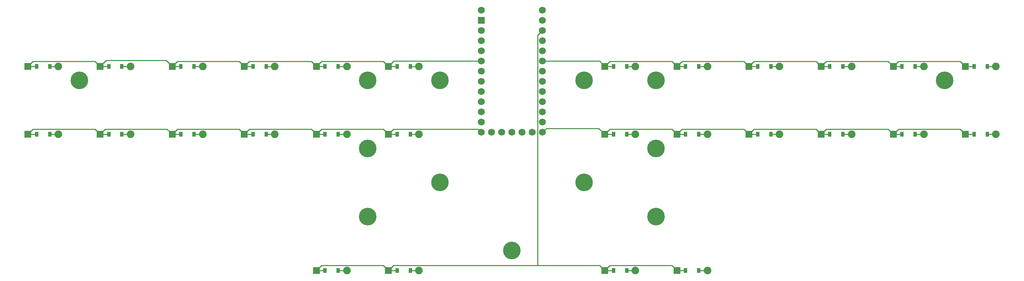
<source format=gbr>
%TF.GenerationSoftware,KiCad,Pcbnew,9.0.0*%
%TF.CreationDate,2025-04-18T14:09:36+02:00*%
%TF.ProjectId,pcb,7063622e-6b69-4636-9164-5f7063625858,v1.0.0*%
%TF.SameCoordinates,Original*%
%TF.FileFunction,Copper,L1,Top*%
%TF.FilePolarity,Positive*%
%FSLAX46Y46*%
G04 Gerber Fmt 4.6, Leading zero omitted, Abs format (unit mm)*
G04 Created by KiCad (PCBNEW 9.0.0) date 2025-04-18 14:09:36*
%MOMM*%
%LPD*%
G01*
G04 APERTURE LIST*
%TA.AperFunction,SMDPad,CuDef*%
%ADD10R,0.900000X1.200000*%
%TD*%
%TA.AperFunction,ComponentPad*%
%ADD11R,1.778000X1.778000*%
%TD*%
%TA.AperFunction,ComponentPad*%
%ADD12C,1.905000*%
%TD*%
%TA.AperFunction,ComponentPad*%
%ADD13C,1.752600*%
%TD*%
%TA.AperFunction,ComponentPad*%
%ADD14R,1.752600X1.752600*%
%TD*%
%TA.AperFunction,ComponentPad*%
%ADD15C,4.400000*%
%TD*%
%TA.AperFunction,ComponentPad*%
%ADD16C,0.700000*%
%TD*%
%TA.AperFunction,Conductor*%
%ADD17C,0.250000*%
%TD*%
G04 APERTURE END LIST*
D10*
%TO.P,D1,1*%
%TO.N,D21*%
X98350000Y-105000000D03*
%TO.P,D1,2*%
%TO.N,outer_lbottom*%
X101650000Y-105000000D03*
D11*
%TO.P,D1,1*%
%TO.N,D21*%
X96190000Y-105000000D03*
D12*
%TO.P,D1,2*%
%TO.N,outer_lbottom*%
X103810000Y-105000000D03*
%TD*%
D10*
%TO.P,D2,1*%
%TO.N,D29*%
X98350000Y-88000000D03*
%TO.P,D2,2*%
%TO.N,outer_ltop*%
X101650000Y-88000000D03*
D11*
%TO.P,D2,1*%
%TO.N,D29*%
X96190000Y-88000000D03*
D12*
%TO.P,D2,2*%
%TO.N,outer_ltop*%
X103810000Y-88000000D03*
%TD*%
D10*
%TO.P,D3,1*%
%TO.N,D21*%
X116350000Y-105000000D03*
%TO.P,D3,2*%
%TO.N,pinky_lbottom*%
X119650000Y-105000000D03*
D11*
%TO.P,D3,1*%
%TO.N,D21*%
X114190000Y-105000000D03*
D12*
%TO.P,D3,2*%
%TO.N,pinky_lbottom*%
X121810000Y-105000000D03*
%TD*%
D10*
%TO.P,D4,1*%
%TO.N,D29*%
X116350000Y-88000000D03*
%TO.P,D4,2*%
%TO.N,pinky_ltop*%
X119650000Y-88000000D03*
D11*
%TO.P,D4,1*%
%TO.N,D29*%
X114190000Y-88000000D03*
D12*
%TO.P,D4,2*%
%TO.N,pinky_ltop*%
X121810000Y-88000000D03*
%TD*%
D10*
%TO.P,D5,1*%
%TO.N,D21*%
X134350000Y-105000000D03*
%TO.P,D5,2*%
%TO.N,ring_lbottom*%
X137650000Y-105000000D03*
D11*
%TO.P,D5,1*%
%TO.N,D21*%
X132190000Y-105000000D03*
D12*
%TO.P,D5,2*%
%TO.N,ring_lbottom*%
X139810000Y-105000000D03*
%TD*%
D10*
%TO.P,D6,1*%
%TO.N,D29*%
X134350000Y-88000000D03*
%TO.P,D6,2*%
%TO.N,ring_ltop*%
X137650000Y-88000000D03*
D11*
%TO.P,D6,1*%
%TO.N,D29*%
X132190000Y-88000000D03*
D12*
%TO.P,D6,2*%
%TO.N,ring_ltop*%
X139810000Y-88000000D03*
%TD*%
D10*
%TO.P,D7,1*%
%TO.N,D21*%
X152350000Y-105000000D03*
%TO.P,D7,2*%
%TO.N,middle_lbottom*%
X155650000Y-105000000D03*
D11*
%TO.P,D7,1*%
%TO.N,D21*%
X150190000Y-105000000D03*
D12*
%TO.P,D7,2*%
%TO.N,middle_lbottom*%
X157810000Y-105000000D03*
%TD*%
D10*
%TO.P,D8,1*%
%TO.N,D29*%
X152350000Y-88000000D03*
%TO.P,D8,2*%
%TO.N,middle_ltop*%
X155650000Y-88000000D03*
D11*
%TO.P,D8,1*%
%TO.N,D29*%
X150190000Y-88000000D03*
D12*
%TO.P,D8,2*%
%TO.N,middle_ltop*%
X157810000Y-88000000D03*
%TD*%
D10*
%TO.P,D9,1*%
%TO.N,D21*%
X170350000Y-105000000D03*
%TO.P,D9,2*%
%TO.N,index_lbottom*%
X173650000Y-105000000D03*
D11*
%TO.P,D9,1*%
%TO.N,D21*%
X168190000Y-105000000D03*
D12*
%TO.P,D9,2*%
%TO.N,index_lbottom*%
X175810000Y-105000000D03*
%TD*%
D10*
%TO.P,D10,1*%
%TO.N,D29*%
X170350000Y-88000000D03*
%TO.P,D10,2*%
%TO.N,index_ltop*%
X173650000Y-88000000D03*
D11*
%TO.P,D10,1*%
%TO.N,D29*%
X168190000Y-88000000D03*
D12*
%TO.P,D10,2*%
%TO.N,index_ltop*%
X175810000Y-88000000D03*
%TD*%
D10*
%TO.P,D11,1*%
%TO.N,D21*%
X188350000Y-105000000D03*
%TO.P,D11,2*%
%TO.N,inner_lbottom*%
X191650000Y-105000000D03*
D11*
%TO.P,D11,1*%
%TO.N,D21*%
X186190000Y-105000000D03*
D12*
%TO.P,D11,2*%
%TO.N,inner_lbottom*%
X193810000Y-105000000D03*
%TD*%
D10*
%TO.P,D12,1*%
%TO.N,D29*%
X188350000Y-88000000D03*
%TO.P,D12,2*%
%TO.N,inner_ltop*%
X191650000Y-88000000D03*
D11*
%TO.P,D12,1*%
%TO.N,D29*%
X186190000Y-88000000D03*
D12*
%TO.P,D12,2*%
%TO.N,inner_ltop*%
X193810000Y-88000000D03*
%TD*%
D10*
%TO.P,D13,1*%
%TO.N,D9*%
X242350000Y-105000000D03*
%TO.P,D13,2*%
%TO.N,inner_rbottom*%
X245650000Y-105000000D03*
D11*
%TO.P,D13,1*%
%TO.N,D9*%
X240190000Y-105000000D03*
D12*
%TO.P,D13,2*%
%TO.N,inner_rbottom*%
X247810000Y-105000000D03*
%TD*%
D10*
%TO.P,D14,1*%
%TO.N,D2*%
X242350000Y-88000000D03*
%TO.P,D14,2*%
%TO.N,inner_rtop*%
X245650000Y-88000000D03*
D11*
%TO.P,D14,1*%
%TO.N,D2*%
X240190000Y-88000000D03*
D12*
%TO.P,D14,2*%
%TO.N,inner_rtop*%
X247810000Y-88000000D03*
%TD*%
D10*
%TO.P,D15,1*%
%TO.N,D9*%
X260350000Y-105000000D03*
%TO.P,D15,2*%
%TO.N,index_rbottom*%
X263650000Y-105000000D03*
D11*
%TO.P,D15,1*%
%TO.N,D9*%
X258190000Y-105000000D03*
D12*
%TO.P,D15,2*%
%TO.N,index_rbottom*%
X265810000Y-105000000D03*
%TD*%
D10*
%TO.P,D16,1*%
%TO.N,D2*%
X260350000Y-88000000D03*
%TO.P,D16,2*%
%TO.N,index_rtop*%
X263650000Y-88000000D03*
D11*
%TO.P,D16,1*%
%TO.N,D2*%
X258190000Y-88000000D03*
D12*
%TO.P,D16,2*%
%TO.N,index_rtop*%
X265810000Y-88000000D03*
%TD*%
D10*
%TO.P,D17,1*%
%TO.N,D9*%
X278350000Y-105000000D03*
%TO.P,D17,2*%
%TO.N,middle_rbottom*%
X281650000Y-105000000D03*
D11*
%TO.P,D17,1*%
%TO.N,D9*%
X276190000Y-105000000D03*
D12*
%TO.P,D17,2*%
%TO.N,middle_rbottom*%
X283810000Y-105000000D03*
%TD*%
D10*
%TO.P,D18,1*%
%TO.N,D2*%
X278350000Y-88000000D03*
%TO.P,D18,2*%
%TO.N,middle_rtop*%
X281650000Y-88000000D03*
D11*
%TO.P,D18,1*%
%TO.N,D2*%
X276190000Y-88000000D03*
D12*
%TO.P,D18,2*%
%TO.N,middle_rtop*%
X283810000Y-88000000D03*
%TD*%
D10*
%TO.P,D19,1*%
%TO.N,D9*%
X296350000Y-105000000D03*
%TO.P,D19,2*%
%TO.N,ring_rbottom*%
X299650000Y-105000000D03*
D11*
%TO.P,D19,1*%
%TO.N,D9*%
X294190000Y-105000000D03*
D12*
%TO.P,D19,2*%
%TO.N,ring_rbottom*%
X301810000Y-105000000D03*
%TD*%
D10*
%TO.P,D20,1*%
%TO.N,D2*%
X296350000Y-88000000D03*
%TO.P,D20,2*%
%TO.N,ring_rtop*%
X299650000Y-88000000D03*
D11*
%TO.P,D20,1*%
%TO.N,D2*%
X294190000Y-88000000D03*
D12*
%TO.P,D20,2*%
%TO.N,ring_rtop*%
X301810000Y-88000000D03*
%TD*%
D10*
%TO.P,D21,1*%
%TO.N,D9*%
X314350000Y-105000000D03*
%TO.P,D21,2*%
%TO.N,pinky_rbottom*%
X317650000Y-105000000D03*
D11*
%TO.P,D21,1*%
%TO.N,D9*%
X312190000Y-105000000D03*
D12*
%TO.P,D21,2*%
%TO.N,pinky_rbottom*%
X319810000Y-105000000D03*
%TD*%
D10*
%TO.P,D22,1*%
%TO.N,D2*%
X314350000Y-88000000D03*
%TO.P,D22,2*%
%TO.N,pinky_rtop*%
X317650000Y-88000000D03*
D11*
%TO.P,D22,1*%
%TO.N,D2*%
X312190000Y-88000000D03*
D12*
%TO.P,D22,2*%
%TO.N,pinky_rtop*%
X319810000Y-88000000D03*
%TD*%
D10*
%TO.P,D23,1*%
%TO.N,D9*%
X332350000Y-105000000D03*
%TO.P,D23,2*%
%TO.N,outer_rbottom*%
X335650000Y-105000000D03*
D11*
%TO.P,D23,1*%
%TO.N,D9*%
X330190000Y-105000000D03*
D12*
%TO.P,D23,2*%
%TO.N,outer_rbottom*%
X337810000Y-105000000D03*
%TD*%
D10*
%TO.P,D24,1*%
%TO.N,D2*%
X332350000Y-88000000D03*
%TO.P,D24,2*%
%TO.N,outer_rtop*%
X335650000Y-88000000D03*
D11*
%TO.P,D24,1*%
%TO.N,D2*%
X330190000Y-88000000D03*
D12*
%TO.P,D24,2*%
%TO.N,outer_rtop*%
X337810000Y-88000000D03*
%TD*%
D10*
%TO.P,D25,1*%
%TO.N,D1*%
X170350000Y-139000000D03*
%TO.P,D25,2*%
%TO.N,outer_lttop*%
X173650000Y-139000000D03*
D11*
%TO.P,D25,1*%
%TO.N,D1*%
X168190000Y-139000000D03*
D12*
%TO.P,D25,2*%
%TO.N,outer_lttop*%
X175810000Y-139000000D03*
%TD*%
D10*
%TO.P,D26,1*%
%TO.N,D1*%
X188350000Y-139000000D03*
%TO.P,D26,2*%
%TO.N,inner_lttop*%
X191650000Y-139000000D03*
D11*
%TO.P,D26,1*%
%TO.N,D1*%
X186190000Y-139000000D03*
D12*
%TO.P,D26,2*%
%TO.N,inner_lttop*%
X193810000Y-139000000D03*
%TD*%
D10*
%TO.P,D27,1*%
%TO.N,D1*%
X242350000Y-139000000D03*
%TO.P,D27,2*%
%TO.N,inner_rttop*%
X245650000Y-139000000D03*
D11*
%TO.P,D27,1*%
%TO.N,D1*%
X240190000Y-139000000D03*
D12*
%TO.P,D27,2*%
%TO.N,inner_rttop*%
X247810000Y-139000000D03*
%TD*%
D10*
%TO.P,D28,1*%
%TO.N,D1*%
X260350000Y-139000000D03*
%TO.P,D28,2*%
%TO.N,outer_rttop*%
X263650000Y-139000000D03*
D11*
%TO.P,D28,1*%
%TO.N,D1*%
X258190000Y-139000000D03*
D12*
%TO.P,D28,2*%
%TO.N,outer_rttop*%
X265810000Y-139000000D03*
%TD*%
D13*
%TO.P,MCU1,2*%
%TO.N,Dm*%
X209380000Y-73990000D03*
D14*
%TO.P,MCU1,1*%
%TO.N,RAW*%
X209380000Y-76530000D03*
D13*
%TO.P,MCU1,2*%
%TO.N,GND*%
X209380000Y-79070000D03*
%TO.P,MCU1,3*%
%TO.N,RST*%
X209380000Y-81610000D03*
%TO.P,MCU1,4*%
%TO.N,VCC*%
X209380000Y-84150000D03*
%TO.P,MCU1,5*%
%TO.N,D29*%
X209380000Y-86690000D03*
%TO.P,MCU1,6*%
%TO.N,D28*%
X209380000Y-89230000D03*
%TO.P,MCU1,7*%
%TO.N,D27*%
X209380000Y-91770000D03*
%TO.P,MCU1,8*%
%TO.N,D26*%
X209380000Y-94310000D03*
%TO.P,MCU1,9*%
%TO.N,D22*%
X209380000Y-96850000D03*
%TO.P,MCU1,10*%
%TO.N,D20*%
X209380000Y-99390000D03*
%TO.P,MCU1,11*%
%TO.N,D23*%
X209380000Y-101930000D03*
%TO.P,MCU1,12*%
%TO.N,D21*%
X209380000Y-104470000D03*
%TO.P,MCU1,13*%
%TO.N,D12*%
X222080000Y-104470000D03*
%TO.P,MCU1,14*%
%TO.N,D13*%
X219540000Y-104470000D03*
%TO.P,MCU1,15*%
%TO.N,D14*%
X217000000Y-104470000D03*
%TO.P,MCU1,16*%
%TO.N,D15*%
X214460000Y-104470000D03*
%TO.P,MCU1,17*%
%TO.N,D16*%
X211920000Y-104470000D03*
%TO.P,MCU1,18*%
%TO.N,Dp*%
X224620000Y-73990000D03*
%TO.P,MCU1,19*%
%TO.N,D0*%
X224620000Y-76530000D03*
%TO.P,MCU1,20*%
%TO.N,D1*%
X224620000Y-79070000D03*
%TO.P,MCU1,21*%
%TO.N,GND*%
X224620000Y-81610000D03*
%TO.P,MCU1,22*%
X224620000Y-84150000D03*
%TO.P,MCU1,23*%
%TO.N,D2*%
X224620000Y-86690000D03*
%TO.P,MCU1,24*%
%TO.N,D3*%
X224620000Y-89230000D03*
%TO.P,MCU1,25*%
%TO.N,D4*%
X224620000Y-91770000D03*
%TO.P,MCU1,26*%
%TO.N,D5*%
X224620000Y-94310000D03*
%TO.P,MCU1,27*%
%TO.N,D6*%
X224620000Y-96850000D03*
%TO.P,MCU1,28*%
%TO.N,D7*%
X224620000Y-99390000D03*
%TO.P,MCU1,29*%
%TO.N,D8*%
X224620000Y-101930000D03*
%TO.P,MCU1,30*%
%TO.N,D9*%
X224620000Y-104470000D03*
%TD*%
D15*
%TO.P,_1,1*%
%TO.N,N/C*%
X109000000Y-91500000D03*
D16*
X110629630Y-91500000D03*
X110152322Y-92652322D03*
X109000000Y-93129630D03*
X107847678Y-92652322D03*
X107370370Y-91500000D03*
X107847678Y-90347678D03*
X109000000Y-89870370D03*
X110152322Y-90347678D03*
%TD*%
D15*
%TO.P,_2,1*%
%TO.N,N/C*%
X181000000Y-91500000D03*
D16*
X182629630Y-91500000D03*
X182152322Y-92652322D03*
X181000000Y-93129630D03*
X179847678Y-92652322D03*
X179370370Y-91500000D03*
X179847678Y-90347678D03*
X181000000Y-89870370D03*
X182152322Y-90347678D03*
%TD*%
D15*
%TO.P,_3,1*%
%TO.N,N/C*%
X181000000Y-108500000D03*
D16*
X182629630Y-108500000D03*
X182152322Y-109652322D03*
X181000000Y-110129630D03*
X179847678Y-109652322D03*
X179370370Y-108500000D03*
X179847678Y-107347678D03*
X181000000Y-106870370D03*
X182152322Y-107347678D03*
%TD*%
D15*
%TO.P,_4,1*%
%TO.N,N/C*%
X199000000Y-91500000D03*
D16*
X200629630Y-91500000D03*
X200152322Y-92652322D03*
X199000000Y-93129630D03*
X197847678Y-92652322D03*
X197370370Y-91500000D03*
X197847678Y-90347678D03*
X199000000Y-89870370D03*
X200152322Y-90347678D03*
%TD*%
D15*
%TO.P,_5,1*%
%TO.N,N/C*%
X199000000Y-117000000D03*
D16*
X200629630Y-117000000D03*
X200152322Y-118152322D03*
X199000000Y-118629630D03*
X197847678Y-118152322D03*
X197370370Y-117000000D03*
X197847678Y-115847678D03*
X199000000Y-115370370D03*
X200152322Y-115847678D03*
%TD*%
D15*
%TO.P,_6,1*%
%TO.N,N/C*%
X181000000Y-125500000D03*
D16*
X182629630Y-125500000D03*
X182152322Y-126652322D03*
X181000000Y-127129630D03*
X179847678Y-126652322D03*
X179370370Y-125500000D03*
X179847678Y-124347678D03*
X181000000Y-123870370D03*
X182152322Y-124347678D03*
%TD*%
D15*
%TO.P,_7,1*%
%TO.N,N/C*%
X325000000Y-91500000D03*
D16*
X326629630Y-91500000D03*
X326152322Y-92652322D03*
X325000000Y-93129630D03*
X323847678Y-92652322D03*
X323370370Y-91500000D03*
X323847678Y-90347678D03*
X325000000Y-89870370D03*
X326152322Y-90347678D03*
%TD*%
D15*
%TO.P,_8,1*%
%TO.N,N/C*%
X253000000Y-91500000D03*
D16*
X254629630Y-91500000D03*
X254152322Y-92652322D03*
X253000000Y-93129630D03*
X251847678Y-92652322D03*
X251370370Y-91500000D03*
X251847678Y-90347678D03*
X253000000Y-89870370D03*
X254152322Y-90347678D03*
%TD*%
D15*
%TO.P,_9,1*%
%TO.N,N/C*%
X253000000Y-108500000D03*
D16*
X254629630Y-108500000D03*
X254152322Y-109652322D03*
X253000000Y-110129630D03*
X251847678Y-109652322D03*
X251370370Y-108500000D03*
X251847678Y-107347678D03*
X253000000Y-106870370D03*
X254152322Y-107347678D03*
%TD*%
D15*
%TO.P,_10,1*%
%TO.N,N/C*%
X235000000Y-91500000D03*
D16*
X236629630Y-91500000D03*
X236152322Y-92652322D03*
X235000000Y-93129630D03*
X233847678Y-92652322D03*
X233370370Y-91500000D03*
X233847678Y-90347678D03*
X235000000Y-89870370D03*
X236152322Y-90347678D03*
%TD*%
D15*
%TO.P,_11,1*%
%TO.N,N/C*%
X235000000Y-117000000D03*
D16*
X236629630Y-117000000D03*
X236152322Y-118152322D03*
X235000000Y-118629630D03*
X233847678Y-118152322D03*
X233370370Y-117000000D03*
X233847678Y-115847678D03*
X235000000Y-115370370D03*
X236152322Y-115847678D03*
%TD*%
D15*
%TO.P,_12,1*%
%TO.N,N/C*%
X253000000Y-125500000D03*
D16*
X254629630Y-125500000D03*
X254152322Y-126652322D03*
X253000000Y-127129630D03*
X251847678Y-126652322D03*
X251370370Y-125500000D03*
X251847678Y-124347678D03*
X253000000Y-123870370D03*
X254152322Y-124347678D03*
%TD*%
D15*
%TO.P,_13,1*%
%TO.N,N/C*%
X217000000Y-134000000D03*
D16*
X218629630Y-134000000D03*
X218152322Y-135152322D03*
X217000000Y-135629630D03*
X215847678Y-135152322D03*
X215370370Y-134000000D03*
X215847678Y-132847678D03*
X217000000Y-132370370D03*
X218152322Y-132847678D03*
%TD*%
D17*
%TO.N,D2*%
X242350000Y-88000000D02*
X240190000Y-88000000D01*
%TO.N,inner_rtop*%
X247810000Y-88000000D02*
X245650000Y-88000000D01*
%TO.N,D2*%
X260350000Y-88000000D02*
X258190000Y-88000000D01*
%TO.N,index_rtop*%
X265810000Y-88000000D02*
X263650000Y-88000000D01*
%TO.N,D2*%
X278350000Y-88000000D02*
X276190000Y-88000000D01*
%TO.N,middle_rtop*%
X283810000Y-88000000D02*
X281650000Y-88000000D01*
%TO.N,D2*%
X296350000Y-88000000D02*
X294190000Y-88000000D01*
%TO.N,ring_rtop*%
X301810000Y-88000000D02*
X299650000Y-88000000D01*
%TO.N,D2*%
X314350000Y-88000000D02*
X312190000Y-88000000D01*
%TO.N,pinky_rtop*%
X319810000Y-88000000D02*
X317650000Y-88000000D01*
%TO.N,D2*%
X332350000Y-88000000D02*
X330190000Y-88000000D01*
%TO.N,outer_rtop*%
X337810000Y-88000000D02*
X335650000Y-88000000D01*
%TO.N,outer_rbottom*%
X335650000Y-105000000D02*
X337810000Y-105000000D01*
%TO.N,D9*%
X330190000Y-105000000D02*
X332350000Y-105000000D01*
%TO.N,pinky_rbottom*%
X317650000Y-105000000D02*
X319810000Y-105000000D01*
%TO.N,D9*%
X312190000Y-105000000D02*
X314350000Y-105000000D01*
%TO.N,ring_rbottom*%
X299650000Y-105000000D02*
X301810000Y-105000000D01*
%TO.N,D9*%
X294190000Y-105000000D02*
X296350000Y-105000000D01*
%TO.N,middle_rbottom*%
X281650000Y-105000000D02*
X283810000Y-105000000D01*
%TO.N,D9*%
X276190000Y-105000000D02*
X278350000Y-105000000D01*
%TO.N,index_rbottom*%
X263650000Y-105000000D02*
X265810000Y-105000000D01*
%TO.N,D9*%
X258190000Y-105000000D02*
X260350000Y-105000000D01*
%TO.N,inner_rbottom*%
X245650000Y-105000000D02*
X247810000Y-105000000D01*
%TO.N,D9*%
X240190000Y-105000000D02*
X242350000Y-105000000D01*
%TO.N,D1*%
X242350000Y-139000000D02*
X240190000Y-139000000D01*
%TO.N,inner_rttop*%
X247810000Y-139000000D02*
X245650000Y-139000000D01*
%TO.N,D1*%
X260350000Y-139000000D02*
X258190000Y-139000000D01*
%TO.N,outer_rttop*%
X265810000Y-139000000D02*
X263650000Y-139000000D01*
%TO.N,inner_lttop*%
X191650000Y-139000000D02*
X193810000Y-139000000D01*
%TO.N,D1*%
X186190000Y-139000000D02*
X188350000Y-139000000D01*
%TO.N,outer_lttop*%
X173650000Y-139000000D02*
X175810000Y-139000000D01*
%TO.N,D1*%
X168190000Y-139000000D02*
X170350000Y-139000000D01*
%TO.N,inner_lbottom*%
X191650000Y-105000000D02*
X193810000Y-105000000D01*
%TO.N,D21*%
X186190000Y-105000000D02*
X188350000Y-105000000D01*
%TO.N,index_lbottom*%
X173650000Y-105000000D02*
X175810000Y-105000000D01*
%TO.N,D21*%
X168190000Y-105000000D02*
X170350000Y-105000000D01*
%TO.N,middle_lbottom*%
X155650000Y-105000000D02*
X157810000Y-105000000D01*
%TO.N,D21*%
X150190000Y-105000000D02*
X152350000Y-105000000D01*
%TO.N,ring_lbottom*%
X137650000Y-105000000D02*
X139810000Y-105000000D01*
%TO.N,D21*%
X132190000Y-105000000D02*
X134350000Y-105000000D01*
%TO.N,pinky_lbottom*%
X119650000Y-105000000D02*
X121810000Y-105000000D01*
%TO.N,D21*%
X114190000Y-105000000D02*
X116350000Y-105000000D01*
%TO.N,outer_lbottom*%
X101650000Y-105000000D02*
X103810000Y-105000000D01*
%TO.N,D21*%
X96190000Y-105000000D02*
X98350000Y-105000000D01*
%TO.N,D29*%
X98350000Y-88000000D02*
X96190000Y-88000000D01*
%TO.N,outer_ltop*%
X103810000Y-88000000D02*
X101650000Y-88000000D01*
%TO.N,D29*%
X116350000Y-88000000D02*
X114190000Y-88000000D01*
%TO.N,pinky_ltop*%
X121810000Y-88000000D02*
X119650000Y-88000000D01*
%TO.N,D29*%
X134350000Y-88000000D02*
X132190000Y-88000000D01*
%TO.N,ring_ltop*%
X139810000Y-88000000D02*
X137650000Y-88000000D01*
%TO.N,D29*%
X152350000Y-88000000D02*
X150190000Y-88000000D01*
%TO.N,middle_ltop*%
X157810000Y-88000000D02*
X155650000Y-88000000D01*
%TO.N,D29*%
X170350000Y-88000000D02*
X168190000Y-88000000D01*
%TO.N,index_ltop*%
X175810000Y-88000000D02*
X173650000Y-88000000D01*
%TO.N,D29*%
X188350000Y-88000000D02*
X186190000Y-88000000D01*
%TO.N,inner_ltop*%
X193810000Y-88000000D02*
X191650000Y-88000000D01*
%TO.N,D1*%
X187468500Y-137721500D02*
X223500000Y-137721500D01*
X224620000Y-79070000D02*
X223417700Y-80272300D01*
X223417700Y-137639200D02*
X223500000Y-137721500D01*
X223417700Y-80272300D02*
X223417700Y-137639200D01*
X240190000Y-139000000D02*
X241468500Y-137721500D01*
X241468500Y-137721500D02*
X256911500Y-137721500D01*
X256911500Y-137721500D02*
X258190000Y-139000000D01*
X186190000Y-139000000D02*
X187468500Y-137721500D01*
X238911500Y-137721500D02*
X240190000Y-139000000D01*
X223500000Y-137721500D02*
X238911500Y-137721500D01*
X168190000Y-139000000D02*
X169468500Y-137721500D01*
X169468500Y-137721500D02*
X184911500Y-137721500D01*
X184911500Y-137721500D02*
X186190000Y-139000000D01*
%TO.N,D2*%
X240190000Y-88000000D02*
X238880000Y-86690000D01*
X238880000Y-86690000D02*
X224620000Y-86690000D01*
X258190000Y-88000000D02*
X256911500Y-86721500D01*
X256911500Y-86721500D02*
X241468500Y-86721500D01*
X241468500Y-86721500D02*
X240190000Y-88000000D01*
X276190000Y-88000000D02*
X274911500Y-86721500D01*
X274911500Y-86721500D02*
X259468500Y-86721500D01*
X259468500Y-86721500D02*
X258190000Y-88000000D01*
X294190000Y-88000000D02*
X292911500Y-86721500D01*
X277468500Y-86721500D02*
X276190000Y-88000000D01*
X292911500Y-86721500D02*
X277468500Y-86721500D01*
X312190000Y-88000000D02*
X310911500Y-86721500D01*
X295468500Y-86721500D02*
X294190000Y-88000000D01*
X310911500Y-86721500D02*
X295468500Y-86721500D01*
X330190000Y-88000000D02*
X328911500Y-86721500D01*
X328911500Y-86721500D02*
X313468500Y-86721500D01*
X313468500Y-86721500D02*
X312190000Y-88000000D01*
%TO.N,D9*%
X312190000Y-105000000D02*
X313468500Y-103721500D01*
X313468500Y-103721500D02*
X328911500Y-103721500D01*
X328911500Y-103721500D02*
X330190000Y-105000000D01*
X294190000Y-105000000D02*
X295468500Y-103721500D01*
X295468500Y-103721500D02*
X310911500Y-103721500D01*
X310911500Y-103721500D02*
X312190000Y-105000000D01*
X276190000Y-105000000D02*
X277468500Y-103721500D01*
X277468500Y-103721500D02*
X292911500Y-103721500D01*
X292911500Y-103721500D02*
X294190000Y-105000000D01*
X258190000Y-105000000D02*
X259468500Y-103721500D01*
X259468500Y-103721500D02*
X274911500Y-103721500D01*
X274911500Y-103721500D02*
X276190000Y-105000000D01*
X240190000Y-105000000D02*
X241468500Y-103721500D01*
X241468500Y-103721500D02*
X256911500Y-103721500D01*
X256911500Y-103721500D02*
X258190000Y-105000000D01*
X240190000Y-105000000D02*
X238690000Y-103500000D01*
X238690000Y-103500000D02*
X225590000Y-103500000D01*
X225590000Y-103500000D02*
X224620000Y-104470000D01*
%TO.N,D21*%
X186190000Y-105000000D02*
X187468500Y-103721500D01*
X187468500Y-103721500D02*
X208631500Y-103721500D01*
X208631500Y-103721500D02*
X209380000Y-104470000D01*
X168190000Y-105000000D02*
X169468500Y-103721500D01*
X169468500Y-103721500D02*
X184911500Y-103721500D01*
X184911500Y-103721500D02*
X186190000Y-105000000D01*
X150190000Y-105000000D02*
X151468500Y-103721500D01*
X166911500Y-103721500D02*
X168190000Y-105000000D01*
X151468500Y-103721500D02*
X166911500Y-103721500D01*
X132190000Y-105000000D02*
X133468500Y-103721500D01*
X148911500Y-103721500D02*
X150190000Y-105000000D01*
X133468500Y-103721500D02*
X148911500Y-103721500D01*
X114190000Y-105000000D02*
X115468500Y-103721500D01*
X130911500Y-103721500D02*
X132190000Y-105000000D01*
X115468500Y-103721500D02*
X130911500Y-103721500D01*
X96190000Y-105000000D02*
X97468500Y-103721500D01*
X97468500Y-103721500D02*
X112911500Y-103721500D01*
X112911500Y-103721500D02*
X114190000Y-105000000D01*
%TO.N,D29*%
X186190000Y-88000000D02*
X187500000Y-86690000D01*
X187500000Y-86690000D02*
X209380000Y-86690000D01*
X168190000Y-88000000D02*
X169468500Y-86721500D01*
X184911500Y-86721500D02*
X186190000Y-88000000D01*
X169468500Y-86721500D02*
X184911500Y-86721500D01*
X150190000Y-88000000D02*
X151468500Y-86721500D01*
X151468500Y-86721500D02*
X166911500Y-86721500D01*
X166911500Y-86721500D02*
X168190000Y-88000000D01*
X132190000Y-88000000D02*
X133468500Y-86721500D01*
X148911500Y-86721500D02*
X150190000Y-88000000D01*
X133468500Y-86721500D02*
X148911500Y-86721500D01*
X114190000Y-88000000D02*
X115690000Y-86500000D01*
X115690000Y-86500000D02*
X130690000Y-86500000D01*
X130690000Y-86500000D02*
X132190000Y-88000000D01*
X96190000Y-88000000D02*
X97468500Y-86721500D01*
X112911500Y-86721500D02*
X114190000Y-88000000D01*
X97468500Y-86721500D02*
X112911500Y-86721500D01*
%TD*%
M02*

</source>
